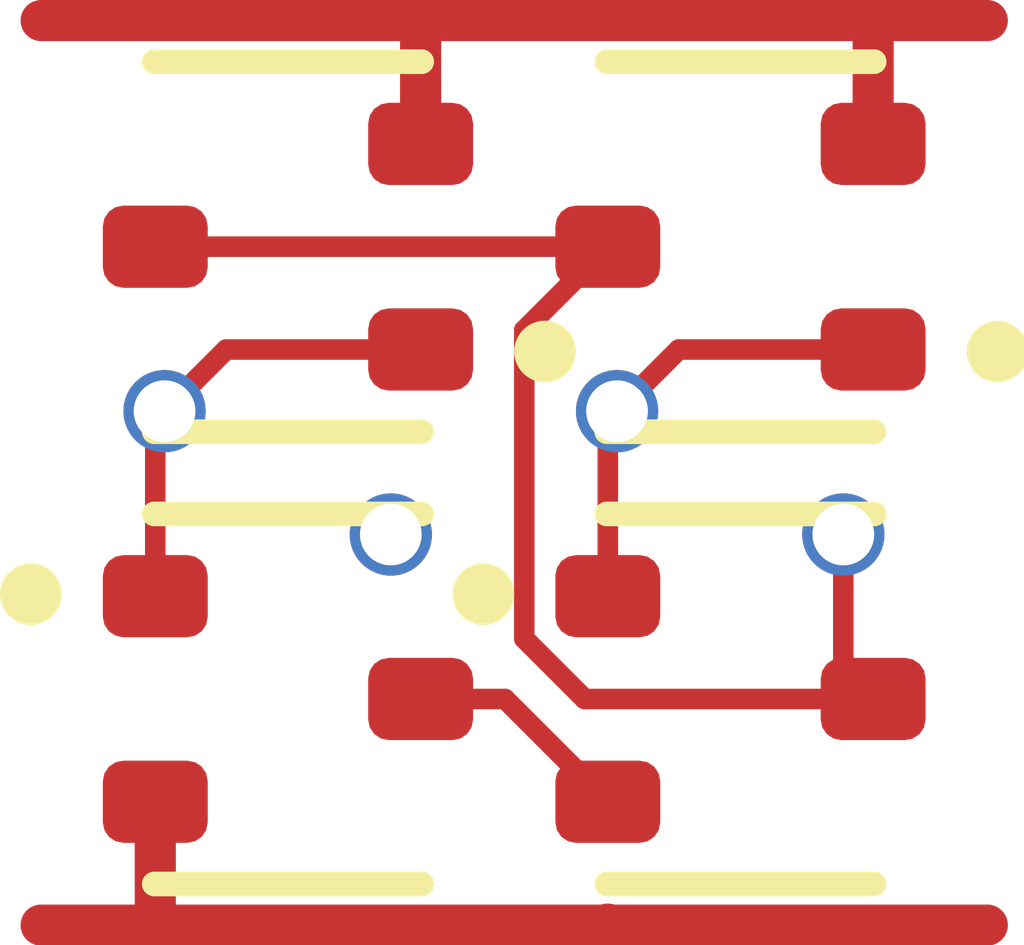
<source format=kicad_pcb>
(kicad_pcb (version 20241229) (generator "pcbnew") (generator_version "9.0")
  (layers (0 "F.Cu" signal) (2 "B.Cu" signal) (13 "F.Paste" user) (15 "B.Paste" user) (5 "F.SilkS" user "F.Silkscreen") (7 "B.SilkS" user "B.Silkscreen") (1 "F.Mask" user) (3 "B.Mask" user) (25 "Edge.Cuts" user))
  (net 0 "")
  (net 1 "GND")
  (net 2 "Y")
  (net 3 "C")
  (net 4 "VDD")
  (net 5 "A")
  (net 6 "B")
  (footprint "Package_TO_SOT_SMD:SOT-523" (layer "F.Cu") (at 3.31 1.1 180)
    (property "Reference" "N2" (hide yes))
    (property "Value" "" (hide yes))
    (fp_line (start 0.65 0.9) (end -0.65 0.9) (stroke (width 0.12)) (layer "F.SilkS"))
    (fp_line (start 0.65 -0.9) (end -0.65 -0.9) (stroke (width 0.12)) (layer "F.SilkS"))
    (fp_circle (center -1.25 -0.51) (end -1.1 -0.51) (fill yes) (layer "F.SilkS"))
    (pad "1" smd roundrect (at -0.645 -0.5) (size 0.51 0.4) (layers "F.Cu" "F.Mask" "F.Paste") (net 6 "B"))
    (pad "2" smd roundrect (at -0.645 0.5) (size 0.51 0.4) (layers "F.Cu" "F.Mask" "F.Paste") (net 1 "GND"))
    (pad "3" smd roundrect (at 0.645 0) (size 0.51 0.4) (layers "F.Cu" "F.Mask" "F.Paste") (net 2 "Y"))
  )
  (footprint "Package_TO_SOT_SMD:SOT-523" (layer "F.Cu") (at 1.11 1.1 180)
    (property "Reference" "N1" (hide yes))
    (property "Value" "" (hide yes))
    (fp_line (start 0.65 0.9) (end -0.65 0.9) (stroke (width 0.12)) (layer "F.SilkS"))
    (fp_line (start 0.65 -0.9) (end -0.65 -0.9) (stroke (width 0.12)) (layer "F.SilkS"))
    (fp_circle (center -1.25 -0.51) (end -1.1 -0.51) (fill yes) (layer "F.SilkS"))
    (pad "1" smd roundrect (at -0.645 -0.5) (size 0.51 0.4) (layers "F.Cu" "F.Mask" "F.Paste") (net 5 "A"))
    (pad "2" smd roundrect (at -0.645 0.5) (size 0.51 0.4) (layers "F.Cu" "F.Mask" "F.Paste") (net 1 "GND"))
    (pad "3" smd roundrect (at 0.645 0) (size 0.51 0.4) (layers "F.Cu" "F.Mask" "F.Paste") (net 2 "Y"))
  )
  (footprint "Package_TO_SOT_SMD:SOT-523" (layer "F.Cu") (at 3.31 3.3)
    (property "Reference" "P2" (hide yes))
    (property "Value" "" (hide yes))
    (fp_line (start 0.65 -0.9) (end -0.65 -0.9) (stroke (width 0.12)) (layer "F.SilkS"))
    (fp_line (start 0.65 0.9) (end -0.65 0.9) (stroke (width 0.12)) (layer "F.SilkS"))
    (fp_circle (center -1.25 -0.51) (end -1.1 -0.51) (fill yes) (layer "F.SilkS"))
    (pad "1" smd roundrect (at -0.645 -0.5 180) (size 0.51 0.4) (layers "F.Cu" "F.Mask" "F.Paste") (net 6 "B"))
    (pad "2" smd roundrect (at -0.645 0.5 180) (size 0.51 0.4) (layers "F.Cu" "F.Mask" "F.Paste") (net 3 "C"))
    (pad "3" smd roundrect (at 0.645 0 180) (size 0.51 0.4) (layers "F.Cu" "F.Mask" "F.Paste") (net 2 "Y"))
  )
  (footprint "Package_TO_SOT_SMD:SOT-523" (layer "F.Cu") (at 1.11 3.3)
    (property "Reference" "P1" (hide yes))
    (property "Value" "" (hide yes))
    (fp_line (start 0.65 -0.9) (end -0.65 -0.9) (stroke (width 0.12)) (layer "F.SilkS"))
    (fp_line (start 0.65 0.9) (end -0.65 0.9) (stroke (width 0.12)) (layer "F.SilkS"))
    (fp_circle (center -1.25 -0.51) (end -1.1 -0.51) (fill yes) (layer "F.SilkS"))
    (pad "1" smd roundrect (at -0.645 -0.5 180) (size 0.51 0.4) (layers "F.Cu" "F.Mask" "F.Paste") (net 5 "A"))
    (pad "2" smd roundrect (at -0.645 0.5 180) (size 0.51 0.4) (layers "F.Cu" "F.Mask" "F.Paste") (net 4 "VDD"))
    (pad "3" smd roundrect (at 0.645 0 180) (size 0.51 0.4) (layers "F.Cu" "F.Mask" "F.Paste") (net 3 "C"))
  )
  (via (at 1.61 2.5) (size 0.4) (drill 0.3) (layers "F.Cu" "B.Cu") (net 0))
  (segment (start 1.76 0) (end 3.97 0) (width 0.2) (layer "F.Cu") (net 1))
  (segment (start 1.755 0.005) (end 1.76 0) (width 0.2) (layer "F.Cu") (net 1))
  (segment (start 1.755 0.6) (end 1.755 0.005) (width 0.2) (layer "F.Cu") (net 1))
  (segment (start 3.97 0) (end 4.51 0) (width 0.2) (layer "F.Cu") (net 1))
  (segment (start 3.955 0.6) (end 3.955 0.015) (width 0.2) (layer "F.Cu") (net 1))
  (segment (start 3.955 0.015) (end 3.97 0) (width 0.2) (layer "F.Cu") (net 1))
  (segment (start -0.09 0) (end 1.76 0) (width 0.2) (layer "F.Cu") (net 1))
  (segment (start 2.259 1.506) (end 2.665 1.1) (width 0.1) (layer "F.Cu") (net 2))
  (segment (start 2.552262 3.3) (end 2.259 3.006738) (width 0.1) (layer "F.Cu") (net 2))
  (segment (start 2.665 1.1) (end 0.465 1.1) (width 0.1) (layer "F.Cu") (net 2))
  (segment (start 3.955 3.3) (end 2.552262 3.3) (width 0.1) (layer "F.Cu") (net 2))
  (segment (start 3.81 2.5) (end 3.81 3.155) (width 0.1) (layer "F.Cu") (net 2))
  (segment (start 3.81 3.155) (end 3.955 3.3) (width 0.1) (layer "F.Cu") (net 2))
  (segment (start 2.259 3.006738) (end 2.259 1.506) (width 0.1) (layer "F.Cu") (net 2))
  (via (at 3.81 2.5) (size 0.4) (drill 0.3) (layers "F.Cu" "B.Cu") (net 2))
  (segment (start 2.165 3.3) (end 2.665 3.8) (width 0.1) (layer "F.Cu") (net 3))
  (segment (start 1.755 3.3) (end 2.165 3.3) (width 0.1) (layer "F.Cu") (net 3))
  (segment (start 0.47 4.4) (end 2.66 4.4) (width 0.2) (layer "F.Cu") (net 4))
  (segment (start 0.465 3.8) (end 0.465 4.395) (width 0.2) (layer "F.Cu") (net 4))
  (segment (start 2.66 4.4) (end 4.51 4.4) (width 0.2) (layer "F.Cu") (net 4))
  (segment (start -0.09 4.4) (end 0.47 4.4) (width 0.2) (layer "F.Cu") (net 4))
  (segment (start 0.465 4.395) (end 0.47 4.4) (width 0.2) (layer "F.Cu") (net 4))
  (segment (start 2.665 4.395) (end 2.66 4.4) (width 0.2) (layer "F.Cu") (net 4))
  (segment (start 0.465 1.945) (end 0.51 1.9) (width 0.1) (layer "F.Cu") (net 5))
  (segment (start 0.81 1.6) (end 0.51 1.9) (width 0.1) (layer "F.Cu") (net 5))
  (segment (start 0.465 2.8) (end 0.465 1.945) (width 0.1) (layer "F.Cu") (net 5))
  (segment (start 1.755 1.6) (end 0.81 1.6) (width 0.1) (layer "F.Cu") (net 5))
  (via (at 0.51 1.9) (size 0.4) (drill 0.3) (layers "F.Cu" "B.Cu") (net 5))
  (segment (start 3.955 1.6) (end 3.01 1.6) (width 0.1) (layer "F.Cu") (net 6))
  (segment (start 2.665 1.945) (end 2.71 1.9) (width 0.1) (layer "F.Cu") (net 6))
  (segment (start 2.665 2.8) (end 2.665 1.945) (width 0.1) (layer "F.Cu") (net 6))
  (segment (start 3.01 1.6) (end 2.71 1.9) (width 0.1) (layer "F.Cu") (net 6))
  (via (at 2.71 1.9) (size 0.4) (drill 0.3) (layers "F.Cu" "B.Cu") (net 6))
)
</source>
